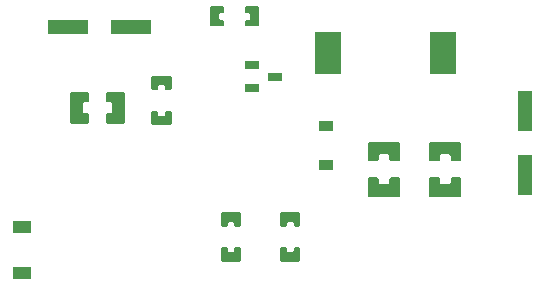
<source format=gtp>
G04 Layer: TopPasteMaskLayer*
G04 EasyEDA Pro v2.2.45.4, 2025-12-13 17:00:57*
G04 Gerber Generator version 0.3*
G04 Scale: 100 percent, Rotated: No, Reflected: No*
G04 Dimensions in millimeters*
G04 Leading zeros omitted, absolute positions, 4 integers and 5 decimals*
G04 Generated by one-click*
%FSLAX45Y45*%
%MOMM*%
%AMPolygonMacro1*4,1,4,0.762,0.508,0.762,-0.508,-0.762,-0.508,-0.762,0.508,0.762,0.508,0*%
%ADD10PolygonMacro1*%
%ADD11R,1.2X3.49999*%
%ADD12R,3.49999X1.2*%
%ADD13R,1.2X0.93*%
%ADD14R,1.25001X0.7*%
%ADD15R,2.2047X3.59999*%
%ADD16R,2.2X3.59999*%
G75*


G04 PolygonModel Start*
G36*
G01X-279112Y-1335748D02*
G01X-348212Y-1335748D01*
G01X-358212Y-1325748D01*
G01X-358212Y-1290157D01*
G01X-368212Y-1280157D01*
G01X-440013Y-1280157D01*
G01X-450013Y-1290157D01*
G01X-450013Y-1325748D01*
G01X-460013Y-1335748D01*
G01X-529114Y-1335748D01*
G01X-539114Y-1325748D01*
G01X-539114Y-1182248D01*
G01X-529114Y-1172248D01*
G01X-279112Y-1172248D01*
G01X-269112Y-1182248D01*
G01X-269112Y-1325748D01*
G01X-279112Y-1335748D01*
G37*
G36*
G01X-279112Y-1475748D02*
G01X-348212Y-1475748D01*
G01X-358212Y-1485748D01*
G01X-358212Y-1521338D01*
G01X-368212Y-1531338D01*
G01X-440013Y-1531338D01*
G01X-450013Y-1521338D01*
G01X-450013Y-1485748D01*
G01X-460013Y-1475748D01*
G01X-529114Y-1475748D01*
G01X-539114Y-1485748D01*
G01X-539114Y-1629247D01*
G01X-529114Y-1639247D01*
G01X-279112Y-1639247D01*
G01X-269112Y-1629247D01*
G01X-269112Y-1485748D01*
G01X-279112Y-1475748D01*
G37*
G36*
G01X-797170Y-1335748D02*
G01X-866271Y-1335748D01*
G01X-876271Y-1325748D01*
G01X-876271Y-1290157D01*
G01X-886271Y-1280157D01*
G01X-958071Y-1280157D01*
G01X-968071Y-1290157D01*
G01X-968071Y-1325748D01*
G01X-978071Y-1335748D01*
G01X-1047172Y-1335748D01*
G01X-1057172Y-1325748D01*
G01X-1057172Y-1182248D01*
G01X-1047172Y-1172248D01*
G01X-797170Y-1172248D01*
G01X-787170Y-1182248D01*
G01X-787170Y-1325748D01*
G01X-797170Y-1335748D01*
G37*
G36*
G01X-797170Y-1475748D02*
G01X-866271Y-1475748D01*
G01X-876271Y-1485748D01*
G01X-876271Y-1521338D01*
G01X-886271Y-1531338D01*
G01X-958071Y-1531338D01*
G01X-968071Y-1521338D01*
G01X-968071Y-1485748D01*
G01X-978071Y-1475748D01*
G01X-1047172Y-1475748D01*
G01X-1057172Y-1485748D01*
G01X-1057172Y-1629247D01*
G01X-1047172Y-1639247D01*
G01X-797170Y-1639247D01*
G01X-787170Y-1629247D01*
G01X-787170Y-1485748D01*
G01X-797170Y-1475748D01*
G37*
G36*
G01X-3277720Y-1010204D02*
G01X-3277720Y-941103D01*
G01X-3267720Y-931103D01*
G01X-3232130Y-931103D01*
G01X-3222130Y-921103D01*
G01X-3222130Y-849302D01*
G01X-3232130Y-839302D01*
G01X-3267720Y-839302D01*
G01X-3277720Y-829302D01*
G01X-3277720Y-760202D01*
G01X-3267720Y-750202D01*
G01X-3124220Y-750202D01*
G01X-3114220Y-760202D01*
G01X-3114220Y-1010204D01*
G01X-3124220Y-1020204D01*
G01X-3267720Y-1020204D01*
G01X-3277720Y-1010204D01*
G37*
G36*
G01X-3417720Y-1010204D02*
G01X-3417720Y-941103D01*
G01X-3427720Y-931103D01*
G01X-3463310Y-931103D01*
G01X-3473310Y-921103D01*
G01X-3473310Y-849302D01*
G01X-3463310Y-839302D01*
G01X-3427720Y-839302D01*
G01X-3417720Y-829302D01*
G01X-3417720Y-760202D01*
G01X-3427720Y-750202D01*
G01X-3571220Y-750202D01*
G01X-3581220Y-760202D01*
G01X-3581220Y-1010204D01*
G01X-3571220Y-1020204D01*
G01X-3427720Y-1020204D01*
G01X-3417720Y-1010204D01*
G37*
G36*
G01X-2142705Y-1892005D02*
G01X-2178836Y-1892005D01*
G01X-2188836Y-1882005D01*
G01X-2188836Y-1860949D01*
G01X-2198836Y-1850949D01*
G01X-2236672Y-1850949D01*
G01X-2246672Y-1860949D01*
G01X-2246672Y-1882005D01*
G01X-2256672Y-1892005D01*
G01X-2292803Y-1892005D01*
G01X-2302803Y-1882005D01*
G01X-2302803Y-1781254D01*
G01X-2292803Y-1771254D01*
G01X-2142705Y-1771254D01*
G01X-2132705Y-1781254D01*
G01X-2132705Y-1882005D01*
G01X-2142705Y-1892005D01*
G37*
G36*
G01X-2142705Y-2067006D02*
G01X-2178836Y-2067006D01*
G01X-2188836Y-2077006D01*
G01X-2188836Y-2098063D01*
G01X-2198836Y-2108063D01*
G01X-2236672Y-2108063D01*
G01X-2246672Y-2098063D01*
G01X-2246672Y-2077006D01*
G01X-2256672Y-2067006D01*
G01X-2292803Y-2067006D01*
G01X-2302803Y-2077006D01*
G01X-2302803Y-2177758D01*
G01X-2292803Y-2187758D01*
G01X-2142705Y-2187758D01*
G01X-2132705Y-2177758D01*
G01X-2132705Y-2077006D01*
G01X-2142705Y-2067006D01*
G37*
G36*
G01X-2099467Y-187129D02*
G01X-2099467Y-150998D01*
G01X-2089467Y-140998D01*
G01X-2068411Y-140998D01*
G01X-2058411Y-130998D01*
G01X-2058411Y-93162D01*
G01X-2068411Y-83162D01*
G01X-2089467Y-83162D01*
G01X-2099467Y-73162D01*
G01X-2099467Y-37031D01*
G01X-2089467Y-27031D01*
G01X-1988716Y-27031D01*
G01X-1978716Y-37031D01*
G01X-1978716Y-187129D01*
G01X-1988716Y-197129D01*
G01X-2089467Y-197129D01*
G01X-2099467Y-187129D01*
G37*
G36*
G01X-2274468Y-187129D02*
G01X-2274468Y-150998D01*
G01X-2284468Y-140998D01*
G01X-2305525Y-140998D01*
G01X-2315525Y-130998D01*
G01X-2315525Y-93162D01*
G01X-2305525Y-83162D01*
G01X-2284468Y-83162D01*
G01X-2274468Y-73162D01*
G01X-2274468Y-37031D01*
G01X-2284468Y-27031D01*
G01X-2385220Y-27031D01*
G01X-2395220Y-37031D01*
G01X-2395220Y-187129D01*
G01X-2385220Y-197129D01*
G01X-2284468Y-197129D01*
G01X-2274468Y-187129D01*
G37*
G36*
G01X-1791567Y-2067006D02*
G01X-1755436Y-2067006D01*
G01X-1745436Y-2077006D01*
G01X-1745436Y-2098063D01*
G01X-1735436Y-2108063D01*
G01X-1697600Y-2108063D01*
G01X-1687600Y-2098063D01*
G01X-1687600Y-2077006D01*
G01X-1677600Y-2067006D01*
G01X-1641469Y-2067006D01*
G01X-1631469Y-2077006D01*
G01X-1631469Y-2177758D01*
G01X-1641469Y-2187758D01*
G01X-1791567Y-2187758D01*
G01X-1801567Y-2177758D01*
G01X-1801567Y-2077006D01*
G01X-1791567Y-2067006D01*
G37*
G36*
G01X-1791567Y-1892005D02*
G01X-1755436Y-1892005D01*
G01X-1745436Y-1882005D01*
G01X-1745436Y-1860949D01*
G01X-1735436Y-1850949D01*
G01X-1697600Y-1850949D01*
G01X-1687600Y-1860949D01*
G01X-1687600Y-1882005D01*
G01X-1677600Y-1892005D01*
G01X-1641469Y-1892005D01*
G01X-1631469Y-1882005D01*
G01X-1631469Y-1781254D01*
G01X-1641469Y-1771254D01*
G01X-1791567Y-1771254D01*
G01X-1801567Y-1781254D01*
G01X-1801567Y-1882005D01*
G01X-1791567Y-1892005D01*
G37*
G36*
G01X-2731651Y-738000D02*
G01X-2767782Y-738000D01*
G01X-2777782Y-728000D01*
G01X-2777782Y-706943D01*
G01X-2787782Y-696943D01*
G01X-2825618Y-696943D01*
G01X-2835618Y-706943D01*
G01X-2835618Y-728000D01*
G01X-2845618Y-738000D01*
G01X-2881749Y-738000D01*
G01X-2891749Y-728000D01*
G01X-2891749Y-627248D01*
G01X-2881749Y-617248D01*
G01X-2731651Y-617248D01*
G01X-2721651Y-627248D01*
G01X-2721651Y-728000D01*
G01X-2731651Y-738000D01*
G37*
G36*
G01X-2731651Y-913000D02*
G01X-2767782Y-913000D01*
G01X-2777782Y-923000D01*
G01X-2777782Y-944057D01*
G01X-2787782Y-954057D01*
G01X-2825618Y-954057D01*
G01X-2835618Y-944057D01*
G01X-2835618Y-923000D01*
G01X-2845618Y-913000D01*
G01X-2881749Y-913000D01*
G01X-2891749Y-923000D01*
G01X-2891749Y-1023752D01*
G01X-2881749Y-1033752D01*
G01X-2731651Y-1033752D01*
G01X-2721651Y-1023752D01*
G01X-2721651Y-923000D01*
G01X-2731651Y-913000D01*
G37*

G04 Pad Start*
G54D10*
G01X-3987800Y-2286000D03*
G01X-3987800Y-1892300D03*
G54D11*
G01X270664Y-917125D03*
G01X270664Y-1451135D03*
G54D12*
G01X-3601800Y-197536D03*
G01X-3067790Y-197536D03*
G54D13*
G01X-1409802Y-1041603D03*
G01X-1409802Y-1371600D03*
G54D14*
G01X-2043100Y-527304D03*
G01X-2043100Y-717296D03*
G01X-1843100Y-622300D03*
G54D16*
G01X-420133Y-418407D03*
G01X-1400131Y-418407D03*
G04 Pad End*

M02*


</source>
